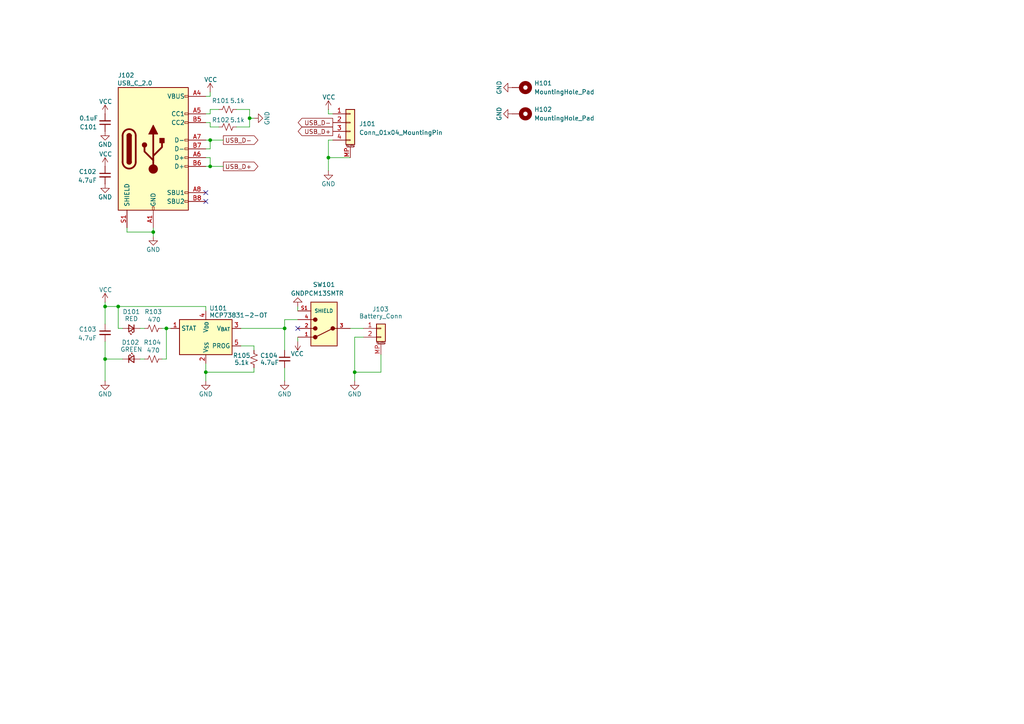
<source format=kicad_sch>
(kicad_sch (version 20231120) (generator "eeschema") (generator_version "8.0")
  (paper "A4")
  (lib_symbols
    (symbol "Battery_Management:MCP73831-2-OT"
      (property "Reference" "U102" (at 2.1941 10.16 0))
      (property "Value" "MCP73831-2-OT" (at 2.1941 7.62 0))
      (symbol "MCP73831-2-OT_0_1"
        (rectangle (start -7.62 5.08) (end 7.62 -5.08) (stroke (width 0.254)) (fill (type background)))
      )
      (symbol "MCP73831-2-OT_1_1"
        (pin tri_state line (at -10.16 2.54 0) (length 2.54) (name "STAT") (number "1"))
        (pin power_in line (at 0 -7.62 90) (length 2.54) (name "V_{SS}") (number "2"))
        (pin power_out line (at 10.16 2.54 180) (length 2.54) (name "V_{BAT}") (number "3"))
        (pin power_in line (at 0 7.62 270) (length 2.54) (name "V_{DD}") (number "4"))
        (pin input line (at 10.16 -2.54 180) (length 2.54) (name "PROG") (number "5"))
      )
    )
    (symbol "Connector:USB_C_Receptacle_USB2.0_16P" (pin_names (offset 1.016))
      (property "Reference" "J" (at 0 22.225 0))
      (property "Value" "USB_C_Receptacle_USB2.0_16P" (at 0 19.685 0))
      (symbol "USB_C_Receptacle_USB2.0_16P_0_0"
        (rectangle (start -0.254 -17.78) (end 0.254 -16.764))
        (rectangle (start 10.16 -14.986) (end 9.144 -15.494))
        (rectangle (start 10.16 -12.446) (end 9.144 -12.954))
        (rectangle (start 10.16 -4.826) (end 9.144 -5.334))
        (rectangle (start 10.16 -2.286) (end 9.144 -2.794))
        (rectangle (start 10.16 0.254) (end 9.144 -0.254))
        (rectangle (start 10.16 2.794) (end 9.144 2.286))
        (rectangle (start 10.16 7.874) (end 9.144 7.366))
        (rectangle (start 10.16 10.414) (end 9.144 9.906))
        (rectangle (start 10.16 15.494) (end 9.144 14.986))
      )
      (symbol "USB_C_Receptacle_USB2.0_16P_0_1"
        (rectangle (start -10.16 17.78) (end 10.16 -17.78) (stroke (width 0.254)) (fill (type background)))
        (arc (start -8.89 -3.81) (mid -6.985 -5.7067) (end -5.08 -3.81) (stroke (width 0.508)))
        (arc (start -7.62 -3.81) (mid -6.985 -4.4423) (end -6.35 -3.81) (stroke (width 0.254)))
        (arc (start -7.62 -3.81) (mid -6.985 -4.4423) (end -6.35 -3.81) (stroke (width 0.254)) (fill (type outline)))
        (rectangle (start -7.62 -3.81) (end -6.35 3.81) (stroke (width 0.254)) (fill (type outline)))
        (arc (start -6.35 3.81) (mid -6.985 4.4423) (end -7.62 3.81) (stroke (width 0.254)))
        (arc (start -6.35 3.81) (mid -6.985 4.4423) (end -7.62 3.81) (stroke (width 0.254)) (fill (type outline)))
        (arc (start -5.08 3.81) (mid -6.985 5.7067) (end -8.89 3.81) (stroke (width 0.508)))
        (circle (center -2.54 1.143) (radius 0.635) (stroke (width 0.254)) (fill (type outline)))
        (circle (center 0 -5.842) (radius 1.27) (fill (type outline)))
        (polyline (pts (xy -8.89 -3.81) (xy -8.89 3.81)) (stroke (width 0.508)))
        (polyline (pts (xy -5.08 3.81) (xy -5.08 -3.81)) (stroke (width 0.508)))
        (polyline (pts (xy 0 -5.842) (xy 0 4.318)) (stroke (width 0.508)))
        (polyline (pts (xy 0 -3.302) (xy -2.54 -0.762) (xy -2.54 0.508)) (stroke (width 0.508)))
        (polyline (pts (xy 0 -2.032) (xy 2.54 0.508) (xy 2.54 1.778)) (stroke (width 0.508)))
        (polyline (pts (xy -1.27 4.318) (xy 0 6.858) (xy 1.27 4.318) (xy -1.27 4.318)) (stroke (width 0.254)) (fill (type outline)))
        (rectangle (start 1.905 1.778) (end 3.175 3.048) (stroke (width 0.254)) (fill (type outline)))
      )
      (symbol "USB_C_Receptacle_USB2.0_16P_1_1"
        (pin passive line (at 0 -22.86 90) (length 5.08) (name "GND") (number "A1"))
        (pin passive line (at 0 -22.86 90) (length 5.08) hide (name "GND") (number "A12"))
        (pin passive line (at 15.24 15.24 180) (length 5.08) (name "VBUS") (number "A4"))
        (pin bidirectional line (at 15.24 10.16 180) (length 5.08) (name "CC1") (number "A5"))
        (pin bidirectional line (at 15.24 -2.54 180) (length 5.08) (name "D+") (number "A6"))
        (pin bidirectional line (at 15.24 2.54 180) (length 5.08) (name "D-") (number "A7"))
        (pin bidirectional line (at 15.24 -12.7 180) (length 5.08) (name "SBU1") (number "A8"))
        (pin passive line (at 15.24 15.24 180) (length 5.08) hide (name "VBUS") (number "A9"))
        (pin passive line (at 0 -22.86 90) (length 5.08) hide (name "GND") (number "B1"))
        (pin passive line (at 0 -22.86 90) (length 5.08) hide (name "GND") (number "B12"))
        (pin passive line (at 15.24 15.24 180) (length 5.08) hide (name "VBUS") (number "B4"))
        (pin bidirectional line (at 15.24 7.62 180) (length 5.08) (name "CC2") (number "B5"))
        (pin bidirectional line (at 15.24 -5.08 180) (length 5.08) (name "D+") (number "B6"))
        (pin bidirectional line (at 15.24 0 180) (length 5.08) (name "D-") (number "B7"))
        (pin bidirectional line (at 15.24 -15.24 180) (length 5.08) (name "SBU2") (number "B8"))
        (pin passive line (at 15.24 15.24 180) (length 5.08) hide (name "VBUS") (number "B9"))
        (pin passive line (at -7.62 -22.86 90) (length 5.08) (name "SHIELD") (number "S1"))
      )
    )
    (symbol "Connector_Generic_MountingPin:Conn_01x02_MountingPin" (pin_names (offset 1.016) hide)
      (property "Reference" "J" (at 0 2.54 0))
      (property "Value" "Conn_01x02_MountingPin" (at 1.27 -5.08 0))
      (symbol "Conn_01x02_MountingPin_1_1"
        (rectangle (start -1.27 -2.413) (end 0 -2.667) (stroke (width 0.1524)))
        (rectangle (start -1.27 0.127) (end 0 -0.127) (stroke (width 0.1524)))
        (rectangle (start -1.27 1.27) (end 1.27 -3.81) (stroke (width 0.254)) (fill (type background)))
        (polyline (pts (xy -1.016 -4.572) (xy 1.016 -4.572)) (stroke (width 0.1524)))
        (text "Mounting" (at 0 -4.191 0) (effects (font (size 0.381 0.381))))
        (pin passive line (at -5.08 0 0) (length 3.81) (name "Pin_1") (number "1"))
        (pin passive line (at -5.08 -2.54 0) (length 3.81) (name "Pin_2") (number "2"))
        (pin passive line (at 0 -7.62 90) (length 3.048) (name "MountPin") (number "MP"))
      )
    )
    (symbol "Connector_Generic_MountingPin:Conn_01x04_MountingPin" (pin_names (offset 1.016) hide)
      (property "Reference" "J" (at 0 5.08 0))
      (property "Value" "Conn_01x04_MountingPin" (at 1.27 -7.62 0))
      (symbol "Conn_01x04_MountingPin_1_1"
        (rectangle (start -1.27 -4.953) (end 0 -5.207) (stroke (width 0.1524)))
        (rectangle (start -1.27 -2.413) (end 0 -2.667) (stroke (width 0.1524)))
        (rectangle (start -1.27 0.127) (end 0 -0.127) (stroke (width 0.1524)))
        (rectangle (start -1.27 2.667) (end 0 2.413) (stroke (width 0.1524)))
        (rectangle (start -1.27 3.81) (end 1.27 -6.35) (stroke (width 0.254)) (fill (type background)))
        (polyline (pts (xy -1.016 -7.112) (xy 1.016 -7.112)) (stroke (width 0.1524)))
        (text "Mounting" (at 0 -6.731 0) (effects (font (size 0.381 0.381))))
        (pin passive line (at -5.08 2.54 0) (length 3.81) (name "Pin_1") (number "1"))
        (pin passive line (at -5.08 0 0) (length 3.81) (name "Pin_2") (number "2"))
        (pin passive line (at -5.08 -2.54 0) (length 3.81) (name "Pin_3") (number "3"))
        (pin passive line (at -5.08 -5.08 0) (length 3.81) (name "Pin_4") (number "4"))
        (pin passive line (at 0 -10.16 90) (length 3.048) (name "MountPin") (number "MP"))
      )
    )
    (symbol "Device:C_Small" (pin_numbers hide) (pin_names (offset 0.254) hide)
      (property "Reference" "C" (at 0.254 1.778 0))
      (property "Value" "C_Small" (at 0.254 -2.032 0))
      (symbol "C_Small_0_1"
        (polyline (pts (xy -1.524 -0.508) (xy 1.524 -0.508)) (stroke (width 0.3302)))
        (polyline (pts (xy -1.524 0.508) (xy 1.524 0.508)) (stroke (width 0.3048)))
      )
      (symbol "C_Small_1_1"
        (pin passive line (at 0 2.54 270) (length 2.032) (name "~") (number "1"))
        (pin passive line (at 0 -2.54 90) (length 2.032) (name "~") (number "2"))
      )
    )
    (symbol "Device:LED_Small" (pin_numbers hide) (pin_names (offset 0.254) hide)
      (property "Reference" "D" (at -1.27 3.175 0))
      (property "Value" "LED_Small" (at -4.445 -2.54 0))
      (symbol "LED_Small_0_1"
        (polyline (pts (xy -0.762 -1.016) (xy -0.762 1.016)) (stroke (width 0.254)))
        (polyline (pts (xy 1.016 0) (xy -0.762 0)))
        (polyline (pts (xy 0.762 -1.016) (xy -0.762 0) (xy 0.762 1.016) (xy 0.762 -1.016)) (stroke (width 0.254)))
        (polyline (pts (xy 0 0.762) (xy -0.508 1.27) (xy -0.254 1.27) (xy -0.508 1.27) (xy -0.508 1.016)))
        (polyline (pts (xy 0.508 1.27) (xy 0 1.778) (xy 0.254 1.778) (xy 0 1.778) (xy 0 1.524)))
      )
      (symbol "LED_Small_1_1"
        (pin passive line (at -2.54 0 0) (length 1.778) (name "K") (number "1"))
        (pin passive line (at 2.54 0 180) (length 1.778) (name "A") (number "2"))
      )
    )
    (symbol "Device:R_Small_US" (pin_numbers hide) (pin_names (offset 0.254) hide)
      (property "Reference" "R" (at 0.762 0.508 0))
      (property "Value" "R_Small_US" (at 0.762 -1.016 0))
      (symbol "R_Small_US_1_1"
        (polyline (pts (xy 0 0) (xy 1.016 -0.381) (xy 0 -0.762) (xy -1.016 -1.143) (xy 0 -1.524)))
        (polyline (pts (xy 0 1.524) (xy 1.016 1.143) (xy 0 0.762) (xy -1.016 0.381) (xy 0 0)))
        (pin passive line (at 0 2.54 270) (length 1.016) (name "~") (number "1"))
        (pin passive line (at 0 -2.54 90) (length 1.016) (name "~") (number "2"))
      )
    )
    (symbol "Mechanical:MountingHole_Pad" (pin_numbers hide) (pin_names (offset 1.016) hide)
      (property "Reference" "H" (at 0 6.35 0))
      (property "Value" "MountingHole_Pad" (at 0 4.445 0))
      (symbol "MountingHole_Pad_0_1"
        (circle (center 0 1.27) (radius 1.27) (stroke (width 1.27)))
      )
      (symbol "MountingHole_Pad_1_1"
        (pin input line (at 0 -2.54 90) (length 2.54) (name "1") (number "1"))
      )
    )
    (symbol "PCM13SMTR:PCM13SMTR" (pin_names (offset 1.016))
      (property "Reference" "SW" (at -4.064 5.588 0))
      (property "Value" "PCM13SMTR" (at -5.588 -9.906 0))
      (symbol "PCM13SMTR_0_0"
        (rectangle (start -3.81 5.08) (end 3.81 -7.62) (stroke (width 0.254)) (fill (type background)))
        (circle (center -2.54 0) (radius 0.508) (stroke (width 0.254)))
        (polyline (pts (xy -2.54 0) (xy 2.54 2.54)) (stroke (width 0.254)))
        (polyline (pts (xy -3.048 0) (xy -2.54 0.508) (xy -2.032 0) (xy -2.54 -0.508) (xy -3.048 0)) (stroke (width 0.254)) (fill (type outline)))
        (polyline (pts (xy 2.032 -2.54) (xy 2.54 -2.032) (xy 3.048 -2.54) (xy 2.54 -3.048) (xy 2.032 -2.54)) (stroke (width 0.254)) (fill (type outline)))
        (polyline (pts (xy 2.032 0) (xy 2.54 0.508) (xy 3.048 0) (xy 2.54 -0.508) (xy 2.032 0)) (stroke (width 0.254)) (fill (type outline)))
        (polyline (pts (xy 2.032 2.54) (xy 2.54 2.032) (xy 3.048 2.54) (xy 2.54 3.048) (xy 2.032 2.54)) (stroke (width 0.254)) (fill (type outline)))
        (circle (center 2.54 -2.54) (radius 0.508) (stroke (width 0.254)))
        (circle (center 2.54 0) (radius 0.508) (stroke (width 0.254)))
        (circle (center 2.54 2.54) (radius 0.508) (stroke (width 0.254)))
        (pin passive line (at 7.62 2.54 180) (length 5.08) (name "~") (number "1"))
        (pin passive line (at 7.62 0 180) (length 5.08) (name "~") (number "2"))
        (pin passive line (at -7.62 0 0) (length 5.08) (name "~") (number "3"))
        (pin passive line (at 7.62 -2.54 180) (length 5.08) (name "~") (number "4"))
      )
      (symbol "PCM13SMTR_1_0"
        (pin passive line (at 7.62 -5.08 180) (length 3.81) (name "SHIELD") (number "S1"))
        (pin passive line (at 7.62 -5.08 180) (length 3.81) hide (name "SHIELD") (number "S2"))
        (pin passive line (at 7.62 -5.08 180) (length 3.81) hide (name "SHIELD") (number "S3"))
        (pin passive line (at 7.62 -5.08 180) (length 3.81) hide (name "SHIELD") (number "S4"))
      )
    )
    (symbol "power:GND" (power) (pin_numbers hide) (pin_names (offset 0) hide)
      (property "Value" "GND" (at 0 -3.81 0))
      (symbol "GND_0_1"
        (polyline (pts (xy 0 0) (xy 0 -1.27) (xy 1.27 -1.27) (xy 0 -2.54) (xy -1.27 -1.27) (xy 0 -1.27)))
      )
      (symbol "GND_1_1"
        (pin power_in line (at 0 0 270) (length 0) (name "~") (number "1"))
      )
    )
    (symbol "power:VCC" (power) (pin_numbers hide) (pin_names (offset 0) hide)
      (property "Value" "VCC" (at 0 3.556 0))
      (symbol "VCC_0_1"
        (polyline (pts (xy -0.762 1.27) (xy 0 2.54)))
        (polyline (pts (xy 0 0) (xy 0 2.54)))
        (polyline (pts (xy 0 2.54) (xy 0.762 1.27)))
      )
      (symbol "VCC_1_1"
        (pin power_in line (at 0 0 90) (length 0) (name "~") (number "1"))
      )
    )
  )
  (junction (at 59.69 107.95))
  (junction (at 60.96 40.64))
  (junction (at 72.39 34.29))
  (junction (at 30.48 104.14))
  (junction (at 102.87 107.95))
  (junction (at 48.26 95.25))
  (junction (at 82.55 95.25))
  (junction (at 30.48 88.9))
  (junction (at 60.96 48.26))
  (junction (at 95.25 45.72))
  (junction (at 34.29 88.9))
  (junction (at 44.45 67.31))
  (no_connect (at 86.36 95.25))
  (no_connect (at 59.69 58.42))
  (no_connect (at 59.69 55.88))
  (wire (pts (xy 60.96 31.75) (xy 63.5 31.75)))
  (wire (pts (xy 60.96 36.83) (xy 63.5 36.83)))
  (wire (pts (xy 48.26 104.14) (xy 46.99 104.14)))
  (wire (pts (xy 60.96 33.02) (xy 60.96 31.75)))
  (wire (pts (xy 30.48 93.98) (xy 30.48 88.9)))
  (wire (pts (xy 60.96 35.56) (xy 60.96 36.83)))
  (wire (pts (xy 30.48 99.06) (xy 30.48 104.14)))
  (wire (pts (xy 72.39 34.29) (xy 72.39 36.83)))
  (wire (pts (xy 96.52 33.02) (xy 95.25 33.02)))
  (wire (pts (xy 110.49 102.87) (xy 110.49 107.95)))
  (wire (pts (xy 69.85 95.25) (xy 82.55 95.25)))
  (wire (pts (xy 48.26 95.25) (xy 48.26 104.14)))
  (wire (pts (xy 40.64 104.14) (xy 41.91 104.14)))
  (wire (pts (xy 30.48 104.14) (xy 35.56 104.14)))
  (wire (pts (xy 73.66 100.33) (xy 69.85 100.33)))
  (wire (pts (xy 86.36 88.9) (xy 86.36 90.17)))
  (wire (pts (xy 73.66 107.95) (xy 73.66 106.68)))
  (wire (pts (xy 36.83 67.31) (xy 44.45 67.31)))
  (wire (pts (xy 59.69 88.9) (xy 59.69 90.17)))
  (wire (pts (xy 86.36 92.71) (xy 82.55 92.71)))
  (wire (pts (xy 95.25 33.02) (xy 95.25 31.75)))
  (wire (pts (xy 59.69 45.72) (xy 60.96 45.72)))
  (wire (pts (xy 30.48 88.9) (xy 34.29 88.9)))
  (wire (pts (xy 101.6 95.25) (xy 105.41 95.25)))
  (wire (pts (xy 59.69 33.02) (xy 60.96 33.02)))
  (wire (pts (xy 59.69 107.95) (xy 59.69 110.49)))
  (wire (pts (xy 44.45 67.31) (xy 44.45 66.04)))
  (wire (pts (xy 95.25 45.72) (xy 101.6 45.72)))
  (wire (pts (xy 48.26 95.25) (xy 49.53 95.25)))
  (wire (pts (xy 95.25 40.64) (xy 95.25 45.72)))
  (wire (pts (xy 86.36 99.06) (xy 86.36 97.79)))
  (wire (pts (xy 30.48 87.63) (xy 30.48 88.9)))
  (wire (pts (xy 68.58 36.83) (xy 72.39 36.83)))
  (wire (pts (xy 59.69 27.94) (xy 60.96 27.94)))
  (wire (pts (xy 34.29 88.9) (xy 59.69 88.9)))
  (wire (pts (xy 40.64 95.25) (xy 41.91 95.25)))
  (wire (pts (xy 82.55 106.68) (xy 82.55 110.49)))
  (wire (pts (xy 30.48 110.49) (xy 30.48 104.14)))
  (wire (pts (xy 102.87 97.79) (xy 105.41 97.79)))
  (wire (pts (xy 44.45 67.31) (xy 44.45 68.58)))
  (wire (pts (xy 34.29 88.9) (xy 34.29 95.25)))
  (wire (pts (xy 36.83 66.04) (xy 36.83 67.31)))
  (wire (pts (xy 73.66 100.33) (xy 73.66 101.6)))
  (wire (pts (xy 96.52 40.64) (xy 95.25 40.64)))
  (wire (pts (xy 102.87 97.79) (xy 102.87 107.95)))
  (wire (pts (xy 60.96 48.26) (xy 64.77 48.26)))
  (wire (pts (xy 59.69 40.64) (xy 60.96 40.64)))
  (wire (pts (xy 60.96 43.18) (xy 60.96 40.64)))
  (wire (pts (xy 60.96 48.26) (xy 60.96 45.72)))
  (wire (pts (xy 72.39 31.75) (xy 68.58 31.75)))
  (wire (pts (xy 102.87 107.95) (xy 110.49 107.95)))
  (wire (pts (xy 46.99 95.25) (xy 48.26 95.25)))
  (wire (pts (xy 72.39 34.29) (xy 73.66 34.29)))
  (wire (pts (xy 60.96 27.94) (xy 60.96 26.67)))
  (wire (pts (xy 59.69 35.56) (xy 60.96 35.56)))
  (wire (pts (xy 59.69 105.41) (xy 59.69 107.95)))
  (wire (pts (xy 59.69 48.26) (xy 60.96 48.26)))
  (wire (pts (xy 72.39 31.75) (xy 72.39 34.29)))
  (wire (pts (xy 82.55 92.71) (xy 82.55 95.25)))
  (wire (pts (xy 102.87 107.95) (xy 102.87 110.49)))
  (wire (pts (xy 82.55 101.6) (xy 82.55 95.25)))
  (wire (pts (xy 73.66 107.95) (xy 59.69 107.95)))
  (wire (pts (xy 59.69 43.18) (xy 60.96 43.18)))
  (wire (pts (xy 34.29 95.25) (xy 35.56 95.25)))
  (wire (pts (xy 60.96 40.64) (xy 64.77 40.64)))
  (wire (pts (xy 95.25 45.72) (xy 95.25 49.53)))
  (global_label "USB_D-" (shape output) (at 64.77 40.64 0) (property "Intersheetrefs" "${INTERSHEET_REFS}" (effects (hide yes))))
  (global_label "USB_D+" (shape output) (at 64.77 48.26 0) (property "Intersheetrefs" "${INTERSHEET_REFS}" (effects (hide yes))))
  (global_label "USB_D+" (shape output) (at 96.52 38.1 180) (property "Intersheetrefs" "${INTERSHEET_REFS}" (effects (hide yes))))
  (global_label "USB_D-" (shape output) (at 96.52 35.56 180) (property "Intersheetrefs" "${INTERSHEET_REFS}" (effects (hide yes))))
  (symbol (lib_id "power:GND") (at 148.59 25.4 270) (unit 1)
    (property "Reference" "#PWR0101" (effects (hide yes)))
    (property "Value" "GND" (at 144.78 25.4 0))
    (property "Description" "Power symbol creates a global label with name \"GND\" , ground" (effects (hide yes)))
  )
  (symbol (lib_id "Mechanical:MountingHole_Pad") (at 151.13 33.02 270) (unit 1)
    (property "Reference" "H102" (at 154.94 31.7499 90) (effects (justify left)))
    (property "Value" "MountingHole_Pad" (at 154.94 34.2899 90) (effects (justify left)))
    (property "Footprint" "MountingHole:MountingHole_2.2mm_M2_Pad" (effects (hide yes)))
    (property "Description" "Mounting Hole with connection" (effects (hide yes)))
  )
  (symbol (lib_id "power:VCC") (at 30.48 87.63 0) (unit 1)
    (property "Reference" "#PWR0112" (effects (hide yes)))
    (property "Value" "VCC" (at 28.702 84.074 0) (effects (justify left)))
    (property "Description" "Power symbol creates a global label with name \"VCC\"" (effects (hide yes)))
  )
  (symbol (lib_id "power:VCC") (at 60.96 26.67 0) (unit 1)
    (property "Reference" "#PWR0102" (effects (hide yes)))
    (property "Value" "VCC" (at 59.182 23.114 0) (effects (justify left)))
    (property "Description" "Power symbol creates a global label with name \"VCC\"" (effects (hide yes)))
  )
  (symbol (lib_id "Connector_Generic_MountingPin:Conn_01x04_MountingPin") (at 101.6 35.56 0) (unit 1)
    (property "Reference" "J101" (at 104.14 35.9155 0) (effects (justify left)))
    (property "Value" "Conn_01x04_MountingPin" (at 104.14 38.4555 0) (effects (justify left)))
    (property "Footprint" "Connector_JST:JST_SH_SM04B-SRSS-TB_1x04-1MP_P1.00mm_Horizontal" (effects (hide yes)))
    (property "Description" "Generic connectable mounting pin connector, single row, 01x04, script generated (kicad-library-utils/schlib/autogen/connector/)" (effects (hide yes)))
  )
  (symbol (lib_id "Device:R_Small_US") (at 73.66 104.14 180) (unit 1)
    (property "Reference" "R105" (at 70.104 103.124 0))
    (property "Value" "5.1k" (at 70.104 105.156 0))
    (property "Footprint" "Resistor_SMD:R_0603_1608Metric" (effects (hide yes)))
    (property "Description" "Resistor, small US symbol" (effects (hide yes)))
  )
  (symbol (lib_id "power:GND") (at 102.87 110.49 0) (unit 1)
    (property "Reference" "#PWR0118" (effects (hide yes)))
    (property "Value" "GND" (at 102.87 114.3 0))
    (property "Description" "Power symbol creates a global label with name \"GND\" , ground" (effects (hide yes)))
  )
  (symbol (lib_id "power:VCC") (at 95.25 31.75 0) (unit 1)
    (property "Reference" "#PWR0103" (effects (hide yes)))
    (property "Value" "VCC" (at 93.472 28.194 0) (effects (justify left)))
    (property "Description" "Power symbol creates a global label with name \"VCC\"" (effects (hide yes)))
  )
  (symbol (lib_id "power:GND") (at 86.36 88.9 180) (unit 1)
    (property "Reference" "#PWR0114" (effects (hide yes)))
    (property "Value" "GND" (at 86.36 85.09 0))
    (property "Description" "Power symbol creates a global label with name \"GND\" , ground" (effects (hide yes)))
  )
  (symbol (lib_id "power:GND") (at 30.48 53.34 0) (unit 1)
    (property "Reference" "#PWR0110" (effects (hide yes)))
    (property "Value" "GND" (at 30.48 57.15 0))
    (property "Description" "Power symbol creates a global label with name \"GND\" , ground" (effects (hide yes)))
  )
  (symbol (lib_id "PCM13SMTR:PCM13SMTR") (at 93.98 95.25 180) (unit 1)
    (property "Reference" "SW101" (at 93.98 82.55 0))
    (property "Value" "PCM13SMTR" (at 93.98 85.09 0))
    (property "Footprint" "PCM_Slide_SW:SW_PCM13SMTR" (effects (hide yes)))
    (property "MANUFACTURER" "CnK" (effects (hide yes)))
  )
  (symbol (lib_id "power:VCC") (at 30.48 33.02 0) (unit 1)
    (property "Reference" "#PWR0104" (effects (hide yes)))
    (property "Value" "VCC" (at 28.702 29.464 0) (effects (justify left)))
    (property "Description" "Power symbol creates a global label with name \"VCC\"" (effects (hide yes)))
  )
  (symbol (lib_id "Device:R_Small_US") (at 66.04 36.83 90) (unit 1)
    (property "Reference" "R102" (at 64.008 34.798 90))
    (property "Value" "5.1k" (at 68.834 34.798 90))
    (property "Footprint" "Resistor_SMD:R_0603_1608Metric" (effects (hide yes)))
    (property "Description" "Resistor, small US symbol" (effects (hide yes)))
  )
  (symbol (lib_id "Device:C_Small") (at 30.48 35.56 180) (unit 1)
    (property "Reference" "C101" (at 28.194 36.83 0) (effects (justify left)))
    (property "Value" "0.1uF" (at 28.448 34.29 0) (effects (justify left)))
    (property "Footprint" "Capacitor_SMD:C_0603_1608Metric" (effects (hide yes)))
    (property "Description" "Unpolarized capacitor, small symbol" (effects (hide yes)))
  )
  (symbol (lib_id "Device:C_Small") (at 30.48 96.52 0) (unit 1)
    (property "Reference" "C103" (at 22.86 95.504 0) (effects (justify left)))
    (property "Value" "4.7uF" (at 22.606 98.044 0) (effects (justify left)))
    (property "Footprint" "Capacitor_SMD:C_0603_1608Metric" (effects (hide yes)))
    (property "Description" "Unpolarized capacitor, small symbol" (effects (hide yes)))
  )
  (symbol (lib_id "Battery_Management:MCP73831-2-OT") (at 59.69 97.79 0) (unit 1)
    (property "Reference" "U101" (at 60.706 89.408 0) (effects (justify left)))
    (property "Value" "MCP73831-2-OT" (at 60.706 91.44 0) (effects (justify left)))
    (property "Footprint" "Package_TO_SOT_SMD:SOT-23-5" (effects (hide yes)))
    (property "Datasheet" "http://ww1.microchip.com/downloads/en/DeviceDoc/20001984g.pdf" (effects (hide yes)))
    (property "Description" "Single cell, Li-Ion/Li-Po charge management controller, 4.20V, Tri-State Status Output, in SOT23-5 package" (effects (hide yes)))
  )
  (symbol (lib_id "Device:R_Small_US") (at 44.45 95.25 90) (unit 1)
    (property "Reference" "R103" (at 44.45 90.424 90))
    (property "Value" "470" (at 44.704 92.71 90))
    (property "Footprint" "Resistor_SMD:R_0603_1608Metric" (effects (hide yes)))
    (property "Description" "Resistor, small US symbol" (effects (hide yes)))
  )
  (symbol (lib_id "Device:R_Small_US") (at 44.45 104.14 90) (unit 1)
    (property "Reference" "R104" (at 44.196 99.314 90))
    (property "Value" "470" (at 44.45 101.6 90))
    (property "Footprint" "Resistor_SMD:R_0603_1608Metric" (effects (hide yes)))
    (property "Description" "Resistor, small US symbol" (effects (hide yes)))
  )
  (symbol (lib_id "power:VCC") (at 86.36 99.06 180) (unit 1)
    (property "Reference" "#PWR0113" (effects (hide yes)))
    (property "Value" "VCC" (at 88.138 102.616 0) (effects (justify left)))
    (property "Description" "Power symbol creates a global label with name \"VCC\"" (effects (hide yes)))
  )
  (symbol (lib_id "power:GND") (at 73.66 34.29 90) (unit 1)
    (property "Reference" "#PWR0105" (effects (hide yes)))
    (property "Value" "GND" (at 77.47 34.29 0))
    (property "Description" "Power symbol creates a global label with name \"GND\" , ground" (effects (hide yes)))
  )
  (symbol (lib_id "Device:C_Small") (at 30.48 50.8 0) (unit 1)
    (property "Reference" "C102" (at 22.86 49.784 0) (effects (justify left)))
    (property "Value" "4.7uF" (at 22.606 52.324 0) (effects (justify left)))
    (property "Footprint" "Capacitor_SMD:C_0603_1608Metric" (effects (hide yes)))
    (property "Description" "Unpolarized capacitor, small symbol" (effects (hide yes)))
  )
  (symbol (lib_id "power:GND") (at 44.45 68.58 0) (unit 1)
    (property "Reference" "#PWR0111" (effects (hide yes)))
    (property "Value" "GND" (at 44.45 72.39 0))
    (property "Description" "Power symbol creates a global label with name \"GND\" , ground" (effects (hide yes)))
  )
  (symbol (lib_id "Device:R_Small_US") (at 66.04 31.75 90) (unit 1)
    (property "Reference" "R101" (at 64.008 29.21 90))
    (property "Value" "5.1k" (at 68.834 29.21 90))
    (property "Footprint" "Resistor_SMD:R_0603_1608Metric" (effects (hide yes)))
    (property "Description" "Resistor, small US symbol" (effects (hide yes)))
  )
  (symbol (lib_id "Device:C_Small") (at 82.55 104.14 0) (unit 1)
    (property "Reference" "C104" (at 75.438 103.124 0) (effects (justify left)))
    (property "Value" "4.7uF" (at 75.438 105.156 0) (effects (justify left)))
    (property "Footprint" "Capacitor_SMD:C_0603_1608Metric" (effects (hide yes)))
    (property "Description" "Unpolarized capacitor, small symbol" (effects (hide yes)))
  )
  (symbol (lib_id "Mechanical:MountingHole_Pad") (at 151.13 25.4 270) (unit 1)
    (property "Reference" "H101" (at 154.94 24.1299 90) (effects (justify left)))
    (property "Value" "MountingHole_Pad" (at 154.94 26.6699 90) (effects (justify left)))
    (property "Footprint" "MountingHole:MountingHole_2.2mm_M2_Pad" (effects (hide yes)))
    (property "Description" "Mounting Hole with connection" (effects (hide yes)))
  )
  (symbol (lib_id "power:GND") (at 59.69 110.49 0) (unit 1)
    (property "Reference" "#PWR0116" (effects (hide yes)))
    (property "Value" "GND" (at 59.69 114.3 0))
    (property "Description" "Power symbol creates a global label with name \"GND\" , ground" (effects (hide yes)))
  )
  (symbol (lib_id "Connector:USB_C_Receptacle_USB2.0_16P") (at 44.45 43.18 0) (unit 1)
    (property "Reference" "J102" (at 36.576 21.844 0))
    (property "Value" "USB_C_2.0" (at 39.116 24.13 0))
    (property "Footprint" "Connector_USB:USB_C_Receptacle_GCT_USB4105-xx-A_16P_TopMnt_Horizontal" (effects (hide yes)))
    (property "Datasheet" "https://www.usb.org/sites/default/files/documents/usb_type-c.zip" (effects (hide yes)))
    (property "Description" "USB 2.0-only 16P Type-C Receptacle connector" (effects (hide yes)))
  )
  (symbol (lib_id "power:GND") (at 148.59 33.02 270) (unit 1)
    (property "Reference" "#PWR0107" (effects (hide yes)))
    (property "Value" "GND" (at 144.78 33.02 0))
    (property "Description" "Power symbol creates a global label with name \"GND\" , ground" (effects (hide yes)))
  )
  (symbol (lib_id "Device:LED_Small") (at 38.1 95.25 180) (unit 1)
    (property "Reference" "D101" (at 38.1 90.424 0))
    (property "Value" "RED" (at 38.1 92.456 0))
    (property "Footprint" "LED_SMD:LED_0603_1608Metric" (effects (hide yes)))
    (property "Description" "Light emitting diode, small symbol" (effects (hide yes)))
  )
  (symbol (lib_id "Device:LED_Small") (at 38.1 104.14 0) (unit 1)
    (property "Reference" "D102" (at 37.846 99.314 0))
    (property "Value" "GREEN" (at 38.1 101.346 0))
    (property "Footprint" "LED_SMD:LED_0603_1608Metric" (effects (hide yes)))
    (property "Description" "Light emitting diode, small symbol" (effects (hide yes)))
  )
  (symbol (lib_id "Connector_Generic_MountingPin:Conn_01x02_MountingPin") (at 110.49 95.25 0) (unit 1)
    (property "Reference" "J103" (at 107.95 89.662 0) (effects (justify left)))
    (property "Value" "Battery_Conn" (at 104.14 91.694 0) (effects (justify left)))
    (property "Footprint" "Connector_JST:JST_PH_S2B-PH-SM4-TB_1x02-1MP_P2.00mm_Horizontal" (effects (hide yes)))
    (property "Description" "Generic connectable mounting pin connector, single row, 01x02, script generated (kicad-library-utils/schlib/autogen/connector/)" (effects (hide yes)))
  )
  (symbol (lib_id "power:GND") (at 95.25 49.53 0) (unit 1)
    (property "Reference" "#PWR0109" (effects (hide yes)))
    (property "Value" "GND" (at 95.25 53.34 0))
    (property "Description" "Power symbol creates a global label with name \"GND\" , ground" (effects (hide yes)))
  )
  (symbol (lib_id "power:GND") (at 30.48 38.1 0) (unit 1)
    (property "Reference" "#PWR0106" (effects (hide yes)))
    (property "Value" "GND" (at 30.48 41.91 0))
    (property "Description" "Power symbol creates a global label with name \"GND\" , ground" (effects (hide yes)))
  )
  (symbol (lib_id "power:GND") (at 30.48 110.49 0) (unit 1)
    (property "Reference" "#PWR0115" (effects (hide yes)))
    (property "Value" "GND" (at 30.48 114.3 0))
    (property "Description" "Power symbol creates a global label with name \"GND\" , ground" (effects (hide yes)))
  )
  (symbol (lib_id "power:VCC") (at 30.48 48.26 0) (unit 1)
    (property "Reference" "#PWR0108" (effects (hide yes)))
    (property "Value" "VCC" (at 28.702 44.704 0) (effects (justify left)))
    (property "Description" "Power symbol creates a global label with name \"VCC\"" (effects (hide yes)))
  )
  (symbol (lib_id "power:GND") (at 82.55 110.49 0) (unit 1)
    (property "Reference" "#PWR0117" (effects (hide yes)))
    (property "Value" "GND" (at 82.55 114.3 0))
    (property "Description" "Power symbol creates a global label with name \"GND\" , ground" (effects (hide yes)))
  )
)
</source>
